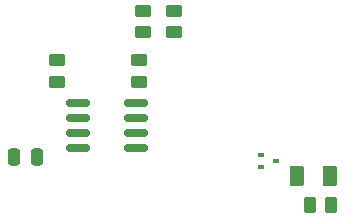
<source format=gbr>
%TF.GenerationSoftware,KiCad,Pcbnew,(6.0.8-1)-1*%
%TF.CreationDate,2022-12-26T00:28:58-06:00*%
%TF.ProjectId,CAN Distribution With Debug,43414e20-4469-4737-9472-69627574696f,rev?*%
%TF.SameCoordinates,Original*%
%TF.FileFunction,Paste,Top*%
%TF.FilePolarity,Positive*%
%FSLAX46Y46*%
G04 Gerber Fmt 4.6, Leading zero omitted, Abs format (unit mm)*
G04 Created by KiCad (PCBNEW (6.0.8-1)-1) date 2022-12-26 00:28:58*
%MOMM*%
%LPD*%
G01*
G04 APERTURE LIST*
G04 Aperture macros list*
%AMRoundRect*
0 Rectangle with rounded corners*
0 $1 Rounding radius*
0 $2 $3 $4 $5 $6 $7 $8 $9 X,Y pos of 4 corners*
0 Add a 4 corners polygon primitive as box body*
4,1,4,$2,$3,$4,$5,$6,$7,$8,$9,$2,$3,0*
0 Add four circle primitives for the rounded corners*
1,1,$1+$1,$2,$3*
1,1,$1+$1,$4,$5*
1,1,$1+$1,$6,$7*
1,1,$1+$1,$8,$9*
0 Add four rect primitives between the rounded corners*
20,1,$1+$1,$2,$3,$4,$5,0*
20,1,$1+$1,$4,$5,$6,$7,0*
20,1,$1+$1,$6,$7,$8,$9,0*
20,1,$1+$1,$8,$9,$2,$3,0*%
G04 Aperture macros list end*
%ADD10RoundRect,0.250000X0.250000X0.475000X-0.250000X0.475000X-0.250000X-0.475000X0.250000X-0.475000X0*%
%ADD11RoundRect,0.250000X-0.262500X-0.450000X0.262500X-0.450000X0.262500X0.450000X-0.262500X0.450000X0*%
%ADD12RoundRect,0.250000X0.450000X-0.262500X0.450000X0.262500X-0.450000X0.262500X-0.450000X-0.262500X0*%
%ADD13RoundRect,0.250000X-0.450000X0.262500X-0.450000X-0.262500X0.450000X-0.262500X0.450000X0.262500X0*%
%ADD14R,0.510000X0.400000*%
%ADD15RoundRect,0.150000X-0.825000X-0.150000X0.825000X-0.150000X0.825000X0.150000X-0.825000X0.150000X0*%
%ADD16RoundRect,0.250000X-0.375000X-0.625000X0.375000X-0.625000X0.375000X0.625000X-0.375000X0.625000X0*%
G04 APERTURE END LIST*
D10*
%TO.C,C1*%
X117150000Y-105300000D03*
X115250000Y-105300000D03*
%TD*%
D11*
%TO.C,R5*%
X140275000Y-109300000D03*
X142100000Y-109300000D03*
%TD*%
D12*
%TO.C,R1*%
X126200000Y-94712500D03*
X126200000Y-92887500D03*
%TD*%
D13*
%TO.C,R3*%
X118900000Y-97075000D03*
X118900000Y-98900000D03*
%TD*%
D14*
%TO.C,Q1*%
X136155000Y-105100000D03*
X136155000Y-106100000D03*
X137445000Y-105600000D03*
%TD*%
D13*
%TO.C,R4*%
X125800000Y-97075000D03*
X125800000Y-98900000D03*
%TD*%
D15*
%TO.C,U2*%
X120625000Y-100695000D03*
X120625000Y-101965000D03*
X120625000Y-103235000D03*
X120625000Y-104505000D03*
X125575000Y-104505000D03*
X125575000Y-103235000D03*
X125575000Y-101965000D03*
X125575000Y-100695000D03*
%TD*%
D12*
%TO.C,R2*%
X128800000Y-94712500D03*
X128800000Y-92887500D03*
%TD*%
D16*
%TO.C,D1*%
X139200000Y-106900000D03*
X142000000Y-106900000D03*
%TD*%
M02*

</source>
